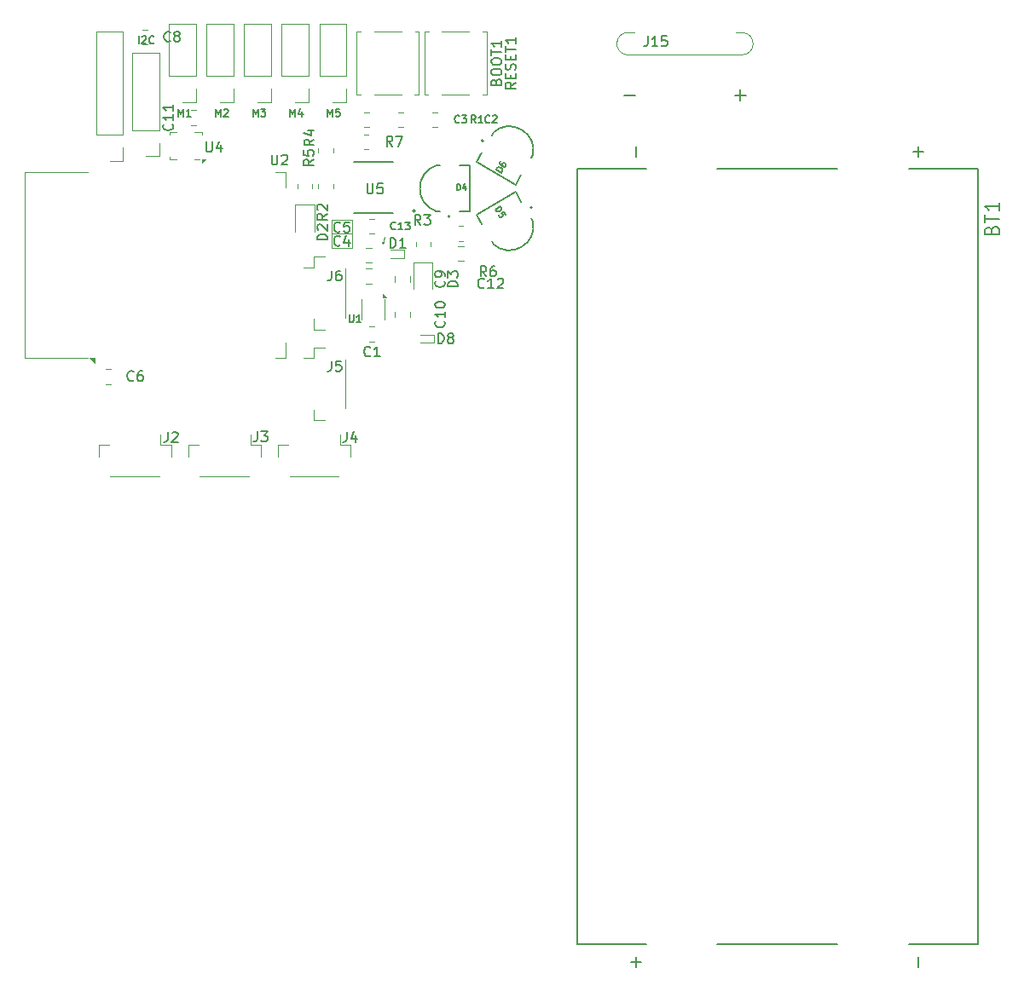
<source format=gbr>
%TF.GenerationSoftware,KiCad,Pcbnew,8.0.3*%
%TF.CreationDate,2024-07-13T14:18:46-04:00*%
%TF.ProjectId,get-a-grip-on-reality,6765742d-612d-4677-9269-702d6f6e2d72,rev?*%
%TF.SameCoordinates,Original*%
%TF.FileFunction,Legend,Top*%
%TF.FilePolarity,Positive*%
%FSLAX46Y46*%
G04 Gerber Fmt 4.6, Leading zero omitted, Abs format (unit mm)*
G04 Created by KiCad (PCBNEW 8.0.3) date 2024-07-13 14:18:46*
%MOMM*%
%LPD*%
G01*
G04 APERTURE LIST*
%ADD10C,0.050000*%
%ADD11C,0.140000*%
%ADD12C,0.150000*%
%ADD13C,0.127000*%
%ADD14C,0.200000*%
%ADD15C,0.120000*%
%ADD16C,0.100000*%
G04 APERTURE END LIST*
D10*
X65125000Y-55325000D02*
X65125000Y-52525000D01*
X70225000Y-54875000D02*
X70325000Y-54175000D01*
X67125000Y-55325000D02*
X67125000Y-52525000D01*
X70232812Y-54875000D02*
X70117187Y-54675000D01*
X70375000Y-54725000D02*
X70225000Y-54875000D01*
X65150000Y-52525000D02*
X67125000Y-52525000D01*
X65150000Y-55325000D02*
X67125000Y-55325000D01*
X65125000Y-53875000D02*
X67125000Y-53875000D01*
D11*
X60995676Y-42225934D02*
X60995676Y-41475934D01*
X60995676Y-41475934D02*
X61245676Y-42011648D01*
X61245676Y-42011648D02*
X61495676Y-41475934D01*
X61495676Y-41475934D02*
X61495676Y-42225934D01*
X62174248Y-41725934D02*
X62174248Y-42225934D01*
X61995676Y-41440220D02*
X61817105Y-41975934D01*
X61817105Y-41975934D02*
X62281390Y-41975934D01*
X64695676Y-42225934D02*
X64695676Y-41475934D01*
X64695676Y-41475934D02*
X64945676Y-42011648D01*
X64945676Y-42011648D02*
X65195676Y-41475934D01*
X65195676Y-41475934D02*
X65195676Y-42225934D01*
X65909962Y-41475934D02*
X65552819Y-41475934D01*
X65552819Y-41475934D02*
X65517105Y-41833077D01*
X65517105Y-41833077D02*
X65552819Y-41797362D01*
X65552819Y-41797362D02*
X65624248Y-41761648D01*
X65624248Y-41761648D02*
X65802819Y-41761648D01*
X65802819Y-41761648D02*
X65874248Y-41797362D01*
X65874248Y-41797362D02*
X65909962Y-41833077D01*
X65909962Y-41833077D02*
X65945676Y-41904505D01*
X65945676Y-41904505D02*
X65945676Y-42083077D01*
X65945676Y-42083077D02*
X65909962Y-42154505D01*
X65909962Y-42154505D02*
X65874248Y-42190220D01*
X65874248Y-42190220D02*
X65802819Y-42225934D01*
X65802819Y-42225934D02*
X65624248Y-42225934D01*
X65624248Y-42225934D02*
X65552819Y-42190220D01*
X65552819Y-42190220D02*
X65517105Y-42154505D01*
X49895676Y-42225934D02*
X49895676Y-41475934D01*
X49895676Y-41475934D02*
X50145676Y-42011648D01*
X50145676Y-42011648D02*
X50395676Y-41475934D01*
X50395676Y-41475934D02*
X50395676Y-42225934D01*
X51145676Y-42225934D02*
X50717105Y-42225934D01*
X50931390Y-42225934D02*
X50931390Y-41475934D01*
X50931390Y-41475934D02*
X50859962Y-41583077D01*
X50859962Y-41583077D02*
X50788533Y-41654505D01*
X50788533Y-41654505D02*
X50717105Y-41690220D01*
X45945676Y-34975934D02*
X45945676Y-34225934D01*
X46267105Y-34297362D02*
X46302819Y-34261648D01*
X46302819Y-34261648D02*
X46374248Y-34225934D01*
X46374248Y-34225934D02*
X46552819Y-34225934D01*
X46552819Y-34225934D02*
X46624248Y-34261648D01*
X46624248Y-34261648D02*
X46659962Y-34297362D01*
X46659962Y-34297362D02*
X46695676Y-34368791D01*
X46695676Y-34368791D02*
X46695676Y-34440220D01*
X46695676Y-34440220D02*
X46659962Y-34547362D01*
X46659962Y-34547362D02*
X46231390Y-34975934D01*
X46231390Y-34975934D02*
X46695676Y-34975934D01*
X47445676Y-34904505D02*
X47409962Y-34940220D01*
X47409962Y-34940220D02*
X47302819Y-34975934D01*
X47302819Y-34975934D02*
X47231391Y-34975934D01*
X47231391Y-34975934D02*
X47124248Y-34940220D01*
X47124248Y-34940220D02*
X47052819Y-34868791D01*
X47052819Y-34868791D02*
X47017105Y-34797362D01*
X47017105Y-34797362D02*
X46981391Y-34654505D01*
X46981391Y-34654505D02*
X46981391Y-34547362D01*
X46981391Y-34547362D02*
X47017105Y-34404505D01*
X47017105Y-34404505D02*
X47052819Y-34333077D01*
X47052819Y-34333077D02*
X47124248Y-34261648D01*
X47124248Y-34261648D02*
X47231391Y-34225934D01*
X47231391Y-34225934D02*
X47302819Y-34225934D01*
X47302819Y-34225934D02*
X47409962Y-34261648D01*
X47409962Y-34261648D02*
X47445676Y-34297362D01*
X53595676Y-42225934D02*
X53595676Y-41475934D01*
X53595676Y-41475934D02*
X53845676Y-42011648D01*
X53845676Y-42011648D02*
X54095676Y-41475934D01*
X54095676Y-41475934D02*
X54095676Y-42225934D01*
X54417105Y-41547362D02*
X54452819Y-41511648D01*
X54452819Y-41511648D02*
X54524248Y-41475934D01*
X54524248Y-41475934D02*
X54702819Y-41475934D01*
X54702819Y-41475934D02*
X54774248Y-41511648D01*
X54774248Y-41511648D02*
X54809962Y-41547362D01*
X54809962Y-41547362D02*
X54845676Y-41618791D01*
X54845676Y-41618791D02*
X54845676Y-41690220D01*
X54845676Y-41690220D02*
X54809962Y-41797362D01*
X54809962Y-41797362D02*
X54381390Y-42225934D01*
X54381390Y-42225934D02*
X54845676Y-42225934D01*
X57295676Y-42225934D02*
X57295676Y-41475934D01*
X57295676Y-41475934D02*
X57545676Y-42011648D01*
X57545676Y-42011648D02*
X57795676Y-41475934D01*
X57795676Y-41475934D02*
X57795676Y-42225934D01*
X58081390Y-41475934D02*
X58545676Y-41475934D01*
X58545676Y-41475934D02*
X58295676Y-41761648D01*
X58295676Y-41761648D02*
X58402819Y-41761648D01*
X58402819Y-41761648D02*
X58474248Y-41797362D01*
X58474248Y-41797362D02*
X58509962Y-41833077D01*
X58509962Y-41833077D02*
X58545676Y-41904505D01*
X58545676Y-41904505D02*
X58545676Y-42083077D01*
X58545676Y-42083077D02*
X58509962Y-42154505D01*
X58509962Y-42154505D02*
X58474248Y-42190220D01*
X58474248Y-42190220D02*
X58402819Y-42225934D01*
X58402819Y-42225934D02*
X58188533Y-42225934D01*
X58188533Y-42225934D02*
X58117105Y-42190220D01*
X58117105Y-42190220D02*
X58081390Y-42154505D01*
D12*
X81339154Y-51460044D02*
X81893411Y-51140044D01*
X81893411Y-51140044D02*
X81969601Y-51272009D01*
X81969601Y-51272009D02*
X81988922Y-51366427D01*
X81988922Y-51366427D02*
X81966612Y-51449689D01*
X81966612Y-51449689D02*
X81929064Y-51506559D01*
X81929064Y-51506559D02*
X81838729Y-51593904D01*
X81838729Y-51593904D02*
X81759550Y-51639619D01*
X81759550Y-51639619D02*
X81638739Y-51674178D01*
X81638739Y-51674178D02*
X81570715Y-51678261D01*
X81570715Y-51678261D02*
X81487452Y-51655951D01*
X81487452Y-51655951D02*
X81415345Y-51592009D01*
X81415345Y-51592009D02*
X81339154Y-51460044D01*
X82365792Y-51958231D02*
X82213411Y-51694300D01*
X82213411Y-51694300D02*
X81934241Y-51820288D01*
X81934241Y-51820288D02*
X81975872Y-51831443D01*
X81975872Y-51831443D02*
X82032742Y-51868991D01*
X82032742Y-51868991D02*
X82108932Y-52000957D01*
X82108932Y-52000957D02*
X82113015Y-52068981D01*
X82113015Y-52068981D02*
X82101860Y-52110612D01*
X82101860Y-52110612D02*
X82064312Y-52167482D01*
X82064312Y-52167482D02*
X81932346Y-52243672D01*
X81932346Y-52243672D02*
X81864322Y-52247755D01*
X81864322Y-52247755D02*
X81822690Y-52236600D01*
X81822690Y-52236600D02*
X81765821Y-52199052D01*
X81765821Y-52199052D02*
X81689631Y-52067086D01*
X81689631Y-52067086D02*
X81685548Y-51999062D01*
X81685548Y-51999062D02*
X81696703Y-51957431D01*
X49093333Y-34702980D02*
X49045714Y-34750600D01*
X49045714Y-34750600D02*
X48902857Y-34798219D01*
X48902857Y-34798219D02*
X48807619Y-34798219D01*
X48807619Y-34798219D02*
X48664762Y-34750600D01*
X48664762Y-34750600D02*
X48569524Y-34655361D01*
X48569524Y-34655361D02*
X48521905Y-34560123D01*
X48521905Y-34560123D02*
X48474286Y-34369647D01*
X48474286Y-34369647D02*
X48474286Y-34226790D01*
X48474286Y-34226790D02*
X48521905Y-34036314D01*
X48521905Y-34036314D02*
X48569524Y-33941076D01*
X48569524Y-33941076D02*
X48664762Y-33845838D01*
X48664762Y-33845838D02*
X48807619Y-33798219D01*
X48807619Y-33798219D02*
X48902857Y-33798219D01*
X48902857Y-33798219D02*
X49045714Y-33845838D01*
X49045714Y-33845838D02*
X49093333Y-33893457D01*
X49664762Y-34226790D02*
X49569524Y-34179171D01*
X49569524Y-34179171D02*
X49521905Y-34131552D01*
X49521905Y-34131552D02*
X49474286Y-34036314D01*
X49474286Y-34036314D02*
X49474286Y-33988695D01*
X49474286Y-33988695D02*
X49521905Y-33893457D01*
X49521905Y-33893457D02*
X49569524Y-33845838D01*
X49569524Y-33845838D02*
X49664762Y-33798219D01*
X49664762Y-33798219D02*
X49855238Y-33798219D01*
X49855238Y-33798219D02*
X49950476Y-33845838D01*
X49950476Y-33845838D02*
X49998095Y-33893457D01*
X49998095Y-33893457D02*
X50045714Y-33988695D01*
X50045714Y-33988695D02*
X50045714Y-34036314D01*
X50045714Y-34036314D02*
X49998095Y-34131552D01*
X49998095Y-34131552D02*
X49950476Y-34179171D01*
X49950476Y-34179171D02*
X49855238Y-34226790D01*
X49855238Y-34226790D02*
X49664762Y-34226790D01*
X49664762Y-34226790D02*
X49569524Y-34274409D01*
X49569524Y-34274409D02*
X49521905Y-34322028D01*
X49521905Y-34322028D02*
X49474286Y-34417266D01*
X49474286Y-34417266D02*
X49474286Y-34607742D01*
X49474286Y-34607742D02*
X49521905Y-34702980D01*
X49521905Y-34702980D02*
X49569524Y-34750600D01*
X49569524Y-34750600D02*
X49664762Y-34798219D01*
X49664762Y-34798219D02*
X49855238Y-34798219D01*
X49855238Y-34798219D02*
X49950476Y-34750600D01*
X49950476Y-34750600D02*
X49998095Y-34702980D01*
X49998095Y-34702980D02*
X50045714Y-34607742D01*
X50045714Y-34607742D02*
X50045714Y-34417266D01*
X50045714Y-34417266D02*
X49998095Y-34322028D01*
X49998095Y-34322028D02*
X49950476Y-34274409D01*
X49950476Y-34274409D02*
X49855238Y-34226790D01*
X45445833Y-68409580D02*
X45398214Y-68457200D01*
X45398214Y-68457200D02*
X45255357Y-68504819D01*
X45255357Y-68504819D02*
X45160119Y-68504819D01*
X45160119Y-68504819D02*
X45017262Y-68457200D01*
X45017262Y-68457200D02*
X44922024Y-68361961D01*
X44922024Y-68361961D02*
X44874405Y-68266723D01*
X44874405Y-68266723D02*
X44826786Y-68076247D01*
X44826786Y-68076247D02*
X44826786Y-67933390D01*
X44826786Y-67933390D02*
X44874405Y-67742914D01*
X44874405Y-67742914D02*
X44922024Y-67647676D01*
X44922024Y-67647676D02*
X45017262Y-67552438D01*
X45017262Y-67552438D02*
X45160119Y-67504819D01*
X45160119Y-67504819D02*
X45255357Y-67504819D01*
X45255357Y-67504819D02*
X45398214Y-67552438D01*
X45398214Y-67552438D02*
X45445833Y-67600057D01*
X46302976Y-67504819D02*
X46112500Y-67504819D01*
X46112500Y-67504819D02*
X46017262Y-67552438D01*
X46017262Y-67552438D02*
X45969643Y-67600057D01*
X45969643Y-67600057D02*
X45874405Y-67742914D01*
X45874405Y-67742914D02*
X45826786Y-67933390D01*
X45826786Y-67933390D02*
X45826786Y-68314342D01*
X45826786Y-68314342D02*
X45874405Y-68409580D01*
X45874405Y-68409580D02*
X45922024Y-68457200D01*
X45922024Y-68457200D02*
X46017262Y-68504819D01*
X46017262Y-68504819D02*
X46207738Y-68504819D01*
X46207738Y-68504819D02*
X46302976Y-68457200D01*
X46302976Y-68457200D02*
X46350595Y-68409580D01*
X46350595Y-68409580D02*
X46398214Y-68314342D01*
X46398214Y-68314342D02*
X46398214Y-68076247D01*
X46398214Y-68076247D02*
X46350595Y-67981009D01*
X46350595Y-67981009D02*
X46302976Y-67933390D01*
X46302976Y-67933390D02*
X46207738Y-67885771D01*
X46207738Y-67885771D02*
X46017262Y-67885771D01*
X46017262Y-67885771D02*
X45922024Y-67933390D01*
X45922024Y-67933390D02*
X45874405Y-67981009D01*
X45874405Y-67981009D02*
X45826786Y-68076247D01*
X65091666Y-57529819D02*
X65091666Y-58244104D01*
X65091666Y-58244104D02*
X65044047Y-58386961D01*
X65044047Y-58386961D02*
X64948809Y-58482200D01*
X64948809Y-58482200D02*
X64805952Y-58529819D01*
X64805952Y-58529819D02*
X64710714Y-58529819D01*
X65996428Y-57529819D02*
X65805952Y-57529819D01*
X65805952Y-57529819D02*
X65710714Y-57577438D01*
X65710714Y-57577438D02*
X65663095Y-57625057D01*
X65663095Y-57625057D02*
X65567857Y-57767914D01*
X65567857Y-57767914D02*
X65520238Y-57958390D01*
X65520238Y-57958390D02*
X65520238Y-58339342D01*
X65520238Y-58339342D02*
X65567857Y-58434580D01*
X65567857Y-58434580D02*
X65615476Y-58482200D01*
X65615476Y-58482200D02*
X65710714Y-58529819D01*
X65710714Y-58529819D02*
X65901190Y-58529819D01*
X65901190Y-58529819D02*
X65996428Y-58482200D01*
X65996428Y-58482200D02*
X66044047Y-58434580D01*
X66044047Y-58434580D02*
X66091666Y-58339342D01*
X66091666Y-58339342D02*
X66091666Y-58101247D01*
X66091666Y-58101247D02*
X66044047Y-58006009D01*
X66044047Y-58006009D02*
X65996428Y-57958390D01*
X65996428Y-57958390D02*
X65901190Y-57910771D01*
X65901190Y-57910771D02*
X65710714Y-57910771D01*
X65710714Y-57910771D02*
X65615476Y-57958390D01*
X65615476Y-57958390D02*
X65567857Y-58006009D01*
X65567857Y-58006009D02*
X65520238Y-58101247D01*
X63379819Y-44491666D02*
X62903628Y-44824999D01*
X63379819Y-45063094D02*
X62379819Y-45063094D01*
X62379819Y-45063094D02*
X62379819Y-44682142D01*
X62379819Y-44682142D02*
X62427438Y-44586904D01*
X62427438Y-44586904D02*
X62475057Y-44539285D01*
X62475057Y-44539285D02*
X62570295Y-44491666D01*
X62570295Y-44491666D02*
X62713152Y-44491666D01*
X62713152Y-44491666D02*
X62808390Y-44539285D01*
X62808390Y-44539285D02*
X62856009Y-44586904D01*
X62856009Y-44586904D02*
X62903628Y-44682142D01*
X62903628Y-44682142D02*
X62903628Y-45063094D01*
X62713152Y-43634523D02*
X63379819Y-43634523D01*
X62332200Y-43872618D02*
X63046485Y-44110713D01*
X63046485Y-44110713D02*
X63046485Y-43491666D01*
X66853571Y-61914164D02*
X66853571Y-62521307D01*
X66853571Y-62521307D02*
X66889285Y-62592735D01*
X66889285Y-62592735D02*
X66925000Y-62628450D01*
X66925000Y-62628450D02*
X66996428Y-62664164D01*
X66996428Y-62664164D02*
X67139285Y-62664164D01*
X67139285Y-62664164D02*
X67210714Y-62628450D01*
X67210714Y-62628450D02*
X67246428Y-62592735D01*
X67246428Y-62592735D02*
X67282142Y-62521307D01*
X67282142Y-62521307D02*
X67282142Y-61914164D01*
X68032142Y-62664164D02*
X67603571Y-62664164D01*
X67817856Y-62664164D02*
X67817856Y-61914164D01*
X67817856Y-61914164D02*
X67746428Y-62021307D01*
X67746428Y-62021307D02*
X67674999Y-62092735D01*
X67674999Y-62092735D02*
X67603571Y-62128450D01*
X64679819Y-54463094D02*
X63679819Y-54463094D01*
X63679819Y-54463094D02*
X63679819Y-54224999D01*
X63679819Y-54224999D02*
X63727438Y-54082142D01*
X63727438Y-54082142D02*
X63822676Y-53986904D01*
X63822676Y-53986904D02*
X63917914Y-53939285D01*
X63917914Y-53939285D02*
X64108390Y-53891666D01*
X64108390Y-53891666D02*
X64251247Y-53891666D01*
X64251247Y-53891666D02*
X64441723Y-53939285D01*
X64441723Y-53939285D02*
X64536961Y-53986904D01*
X64536961Y-53986904D02*
X64632200Y-54082142D01*
X64632200Y-54082142D02*
X64679819Y-54224999D01*
X64679819Y-54224999D02*
X64679819Y-54463094D01*
X63775057Y-53510713D02*
X63727438Y-53463094D01*
X63727438Y-53463094D02*
X63679819Y-53367856D01*
X63679819Y-53367856D02*
X63679819Y-53129761D01*
X63679819Y-53129761D02*
X63727438Y-53034523D01*
X63727438Y-53034523D02*
X63775057Y-52986904D01*
X63775057Y-52986904D02*
X63870295Y-52939285D01*
X63870295Y-52939285D02*
X63965533Y-52939285D01*
X63965533Y-52939285D02*
X64108390Y-52986904D01*
X64108390Y-52986904D02*
X64679819Y-53558332D01*
X64679819Y-53558332D02*
X64679819Y-52939285D01*
X65958333Y-53634580D02*
X65910714Y-53682200D01*
X65910714Y-53682200D02*
X65767857Y-53729819D01*
X65767857Y-53729819D02*
X65672619Y-53729819D01*
X65672619Y-53729819D02*
X65529762Y-53682200D01*
X65529762Y-53682200D02*
X65434524Y-53586961D01*
X65434524Y-53586961D02*
X65386905Y-53491723D01*
X65386905Y-53491723D02*
X65339286Y-53301247D01*
X65339286Y-53301247D02*
X65339286Y-53158390D01*
X65339286Y-53158390D02*
X65386905Y-52967914D01*
X65386905Y-52967914D02*
X65434524Y-52872676D01*
X65434524Y-52872676D02*
X65529762Y-52777438D01*
X65529762Y-52777438D02*
X65672619Y-52729819D01*
X65672619Y-52729819D02*
X65767857Y-52729819D01*
X65767857Y-52729819D02*
X65910714Y-52777438D01*
X65910714Y-52777438D02*
X65958333Y-52825057D01*
X66863095Y-52729819D02*
X66386905Y-52729819D01*
X66386905Y-52729819D02*
X66339286Y-53206009D01*
X66339286Y-53206009D02*
X66386905Y-53158390D01*
X66386905Y-53158390D02*
X66482143Y-53110771D01*
X66482143Y-53110771D02*
X66720238Y-53110771D01*
X66720238Y-53110771D02*
X66815476Y-53158390D01*
X66815476Y-53158390D02*
X66863095Y-53206009D01*
X66863095Y-53206009D02*
X66910714Y-53301247D01*
X66910714Y-53301247D02*
X66910714Y-53539342D01*
X66910714Y-53539342D02*
X66863095Y-53634580D01*
X66863095Y-53634580D02*
X66815476Y-53682200D01*
X66815476Y-53682200D02*
X66720238Y-53729819D01*
X66720238Y-53729819D02*
X66482143Y-53729819D01*
X66482143Y-53729819D02*
X66386905Y-53682200D01*
X66386905Y-53682200D02*
X66339286Y-53634580D01*
X77799999Y-42792735D02*
X77764285Y-42828450D01*
X77764285Y-42828450D02*
X77657142Y-42864164D01*
X77657142Y-42864164D02*
X77585714Y-42864164D01*
X77585714Y-42864164D02*
X77478571Y-42828450D01*
X77478571Y-42828450D02*
X77407142Y-42757021D01*
X77407142Y-42757021D02*
X77371428Y-42685592D01*
X77371428Y-42685592D02*
X77335714Y-42542735D01*
X77335714Y-42542735D02*
X77335714Y-42435592D01*
X77335714Y-42435592D02*
X77371428Y-42292735D01*
X77371428Y-42292735D02*
X77407142Y-42221307D01*
X77407142Y-42221307D02*
X77478571Y-42149878D01*
X77478571Y-42149878D02*
X77585714Y-42114164D01*
X77585714Y-42114164D02*
X77657142Y-42114164D01*
X77657142Y-42114164D02*
X77764285Y-42149878D01*
X77764285Y-42149878D02*
X77799999Y-42185592D01*
X78049999Y-42114164D02*
X78514285Y-42114164D01*
X78514285Y-42114164D02*
X78264285Y-42399878D01*
X78264285Y-42399878D02*
X78371428Y-42399878D01*
X78371428Y-42399878D02*
X78442857Y-42435592D01*
X78442857Y-42435592D02*
X78478571Y-42471307D01*
X78478571Y-42471307D02*
X78514285Y-42542735D01*
X78514285Y-42542735D02*
X78514285Y-42721307D01*
X78514285Y-42721307D02*
X78478571Y-42792735D01*
X78478571Y-42792735D02*
X78442857Y-42828450D01*
X78442857Y-42828450D02*
X78371428Y-42864164D01*
X78371428Y-42864164D02*
X78157142Y-42864164D01*
X78157142Y-42864164D02*
X78085714Y-42828450D01*
X78085714Y-42828450D02*
X78049999Y-42792735D01*
X49284580Y-42967857D02*
X49332200Y-43015476D01*
X49332200Y-43015476D02*
X49379819Y-43158333D01*
X49379819Y-43158333D02*
X49379819Y-43253571D01*
X49379819Y-43253571D02*
X49332200Y-43396428D01*
X49332200Y-43396428D02*
X49236961Y-43491666D01*
X49236961Y-43491666D02*
X49141723Y-43539285D01*
X49141723Y-43539285D02*
X48951247Y-43586904D01*
X48951247Y-43586904D02*
X48808390Y-43586904D01*
X48808390Y-43586904D02*
X48617914Y-43539285D01*
X48617914Y-43539285D02*
X48522676Y-43491666D01*
X48522676Y-43491666D02*
X48427438Y-43396428D01*
X48427438Y-43396428D02*
X48379819Y-43253571D01*
X48379819Y-43253571D02*
X48379819Y-43158333D01*
X48379819Y-43158333D02*
X48427438Y-43015476D01*
X48427438Y-43015476D02*
X48475057Y-42967857D01*
X49379819Y-42015476D02*
X49379819Y-42586904D01*
X49379819Y-42301190D02*
X48379819Y-42301190D01*
X48379819Y-42301190D02*
X48522676Y-42396428D01*
X48522676Y-42396428D02*
X48617914Y-42491666D01*
X48617914Y-42491666D02*
X48665533Y-42586904D01*
X49379819Y-41063095D02*
X49379819Y-41634523D01*
X49379819Y-41348809D02*
X48379819Y-41348809D01*
X48379819Y-41348809D02*
X48522676Y-41444047D01*
X48522676Y-41444047D02*
X48617914Y-41539285D01*
X48617914Y-41539285D02*
X48665533Y-41634523D01*
X71442856Y-53392735D02*
X71407142Y-53428450D01*
X71407142Y-53428450D02*
X71299999Y-53464164D01*
X71299999Y-53464164D02*
X71228571Y-53464164D01*
X71228571Y-53464164D02*
X71121428Y-53428450D01*
X71121428Y-53428450D02*
X71049999Y-53357021D01*
X71049999Y-53357021D02*
X71014285Y-53285592D01*
X71014285Y-53285592D02*
X70978571Y-53142735D01*
X70978571Y-53142735D02*
X70978571Y-53035592D01*
X70978571Y-53035592D02*
X71014285Y-52892735D01*
X71014285Y-52892735D02*
X71049999Y-52821307D01*
X71049999Y-52821307D02*
X71121428Y-52749878D01*
X71121428Y-52749878D02*
X71228571Y-52714164D01*
X71228571Y-52714164D02*
X71299999Y-52714164D01*
X71299999Y-52714164D02*
X71407142Y-52749878D01*
X71407142Y-52749878D02*
X71442856Y-52785592D01*
X72157142Y-53464164D02*
X71728571Y-53464164D01*
X71942856Y-53464164D02*
X71942856Y-52714164D01*
X71942856Y-52714164D02*
X71871428Y-52821307D01*
X71871428Y-52821307D02*
X71799999Y-52892735D01*
X71799999Y-52892735D02*
X71728571Y-52928450D01*
X72407142Y-52714164D02*
X72871428Y-52714164D01*
X72871428Y-52714164D02*
X72621428Y-52999878D01*
X72621428Y-52999878D02*
X72728571Y-52999878D01*
X72728571Y-52999878D02*
X72800000Y-53035592D01*
X72800000Y-53035592D02*
X72835714Y-53071307D01*
X72835714Y-53071307D02*
X72871428Y-53142735D01*
X72871428Y-53142735D02*
X72871428Y-53321307D01*
X72871428Y-53321307D02*
X72835714Y-53392735D01*
X72835714Y-53392735D02*
X72800000Y-53428450D01*
X72800000Y-53428450D02*
X72728571Y-53464164D01*
X72728571Y-53464164D02*
X72514285Y-53464164D01*
X72514285Y-53464164D02*
X72442857Y-53428450D01*
X72442857Y-53428450D02*
X72407142Y-53392735D01*
X68958333Y-65984580D02*
X68910714Y-66032200D01*
X68910714Y-66032200D02*
X68767857Y-66079819D01*
X68767857Y-66079819D02*
X68672619Y-66079819D01*
X68672619Y-66079819D02*
X68529762Y-66032200D01*
X68529762Y-66032200D02*
X68434524Y-65936961D01*
X68434524Y-65936961D02*
X68386905Y-65841723D01*
X68386905Y-65841723D02*
X68339286Y-65651247D01*
X68339286Y-65651247D02*
X68339286Y-65508390D01*
X68339286Y-65508390D02*
X68386905Y-65317914D01*
X68386905Y-65317914D02*
X68434524Y-65222676D01*
X68434524Y-65222676D02*
X68529762Y-65127438D01*
X68529762Y-65127438D02*
X68672619Y-65079819D01*
X68672619Y-65079819D02*
X68767857Y-65079819D01*
X68767857Y-65079819D02*
X68910714Y-65127438D01*
X68910714Y-65127438D02*
X68958333Y-65175057D01*
X69910714Y-66079819D02*
X69339286Y-66079819D01*
X69625000Y-66079819D02*
X69625000Y-65079819D01*
X69625000Y-65079819D02*
X69529762Y-65222676D01*
X69529762Y-65222676D02*
X69434524Y-65317914D01*
X69434524Y-65317914D02*
X69339286Y-65365533D01*
X96491076Y-34243019D02*
X96491076Y-34957304D01*
X96491076Y-34957304D02*
X96443457Y-35100161D01*
X96443457Y-35100161D02*
X96348219Y-35195400D01*
X96348219Y-35195400D02*
X96205362Y-35243019D01*
X96205362Y-35243019D02*
X96110124Y-35243019D01*
X97491076Y-35243019D02*
X96919648Y-35243019D01*
X97205362Y-35243019D02*
X97205362Y-34243019D01*
X97205362Y-34243019D02*
X97110124Y-34385876D01*
X97110124Y-34385876D02*
X97014886Y-34481114D01*
X97014886Y-34481114D02*
X96919648Y-34528733D01*
X98395838Y-34243019D02*
X97919648Y-34243019D01*
X97919648Y-34243019D02*
X97872029Y-34719209D01*
X97872029Y-34719209D02*
X97919648Y-34671590D01*
X97919648Y-34671590D02*
X98014886Y-34623971D01*
X98014886Y-34623971D02*
X98252981Y-34623971D01*
X98252981Y-34623971D02*
X98348219Y-34671590D01*
X98348219Y-34671590D02*
X98395838Y-34719209D01*
X98395838Y-34719209D02*
X98443457Y-34814447D01*
X98443457Y-34814447D02*
X98443457Y-35052542D01*
X98443457Y-35052542D02*
X98395838Y-35147780D01*
X98395838Y-35147780D02*
X98348219Y-35195400D01*
X98348219Y-35195400D02*
X98252981Y-35243019D01*
X98252981Y-35243019D02*
X98014886Y-35243019D01*
X98014886Y-35243019D02*
X97919648Y-35195400D01*
X97919648Y-35195400D02*
X97872029Y-35147780D01*
X105129171Y-40102900D02*
X106272029Y-40102900D01*
X105700600Y-40674328D02*
X105700600Y-39531471D01*
X94129171Y-40102900D02*
X95272029Y-40102900D01*
X79399999Y-42864164D02*
X79149999Y-42507021D01*
X78971428Y-42864164D02*
X78971428Y-42114164D01*
X78971428Y-42114164D02*
X79257142Y-42114164D01*
X79257142Y-42114164D02*
X79328571Y-42149878D01*
X79328571Y-42149878D02*
X79364285Y-42185592D01*
X79364285Y-42185592D02*
X79399999Y-42257021D01*
X79399999Y-42257021D02*
X79399999Y-42364164D01*
X79399999Y-42364164D02*
X79364285Y-42435592D01*
X79364285Y-42435592D02*
X79328571Y-42471307D01*
X79328571Y-42471307D02*
X79257142Y-42507021D01*
X79257142Y-42507021D02*
X78971428Y-42507021D01*
X80114285Y-42864164D02*
X79685714Y-42864164D01*
X79899999Y-42864164D02*
X79899999Y-42114164D01*
X79899999Y-42114164D02*
X79828571Y-42221307D01*
X79828571Y-42221307D02*
X79757142Y-42292735D01*
X79757142Y-42292735D02*
X79685714Y-42328450D01*
X70936905Y-55279819D02*
X70936905Y-54279819D01*
X70936905Y-54279819D02*
X71175000Y-54279819D01*
X71175000Y-54279819D02*
X71317857Y-54327438D01*
X71317857Y-54327438D02*
X71413095Y-54422676D01*
X71413095Y-54422676D02*
X71460714Y-54517914D01*
X71460714Y-54517914D02*
X71508333Y-54708390D01*
X71508333Y-54708390D02*
X71508333Y-54851247D01*
X71508333Y-54851247D02*
X71460714Y-55041723D01*
X71460714Y-55041723D02*
X71413095Y-55136961D01*
X71413095Y-55136961D02*
X71317857Y-55232200D01*
X71317857Y-55232200D02*
X71175000Y-55279819D01*
X71175000Y-55279819D02*
X70936905Y-55279819D01*
X72460714Y-55279819D02*
X71889286Y-55279819D01*
X72175000Y-55279819D02*
X72175000Y-54279819D01*
X72175000Y-54279819D02*
X72079762Y-54422676D01*
X72079762Y-54422676D02*
X71984524Y-54517914D01*
X71984524Y-54517914D02*
X71889286Y-54565533D01*
X65091666Y-66529819D02*
X65091666Y-67244104D01*
X65091666Y-67244104D02*
X65044047Y-67386961D01*
X65044047Y-67386961D02*
X64948809Y-67482200D01*
X64948809Y-67482200D02*
X64805952Y-67529819D01*
X64805952Y-67529819D02*
X64710714Y-67529819D01*
X66044047Y-66529819D02*
X65567857Y-66529819D01*
X65567857Y-66529819D02*
X65520238Y-67006009D01*
X65520238Y-67006009D02*
X65567857Y-66958390D01*
X65567857Y-66958390D02*
X65663095Y-66910771D01*
X65663095Y-66910771D02*
X65901190Y-66910771D01*
X65901190Y-66910771D02*
X65996428Y-66958390D01*
X65996428Y-66958390D02*
X66044047Y-67006009D01*
X66044047Y-67006009D02*
X66091666Y-67101247D01*
X66091666Y-67101247D02*
X66091666Y-67339342D01*
X66091666Y-67339342D02*
X66044047Y-67434580D01*
X66044047Y-67434580D02*
X65996428Y-67482200D01*
X65996428Y-67482200D02*
X65901190Y-67529819D01*
X65901190Y-67529819D02*
X65663095Y-67529819D01*
X65663095Y-67529819D02*
X65567857Y-67482200D01*
X65567857Y-67482200D02*
X65520238Y-67434580D01*
X57729166Y-73529819D02*
X57729166Y-74244104D01*
X57729166Y-74244104D02*
X57681547Y-74386961D01*
X57681547Y-74386961D02*
X57586309Y-74482200D01*
X57586309Y-74482200D02*
X57443452Y-74529819D01*
X57443452Y-74529819D02*
X57348214Y-74529819D01*
X58110119Y-73529819D02*
X58729166Y-73529819D01*
X58729166Y-73529819D02*
X58395833Y-73910771D01*
X58395833Y-73910771D02*
X58538690Y-73910771D01*
X58538690Y-73910771D02*
X58633928Y-73958390D01*
X58633928Y-73958390D02*
X58681547Y-74006009D01*
X58681547Y-74006009D02*
X58729166Y-74101247D01*
X58729166Y-74101247D02*
X58729166Y-74339342D01*
X58729166Y-74339342D02*
X58681547Y-74434580D01*
X58681547Y-74434580D02*
X58633928Y-74482200D01*
X58633928Y-74482200D02*
X58538690Y-74529819D01*
X58538690Y-74529819D02*
X58252976Y-74529819D01*
X58252976Y-74529819D02*
X58157738Y-74482200D01*
X58157738Y-74482200D02*
X58110119Y-74434580D01*
X52663095Y-44734919D02*
X52663095Y-45544442D01*
X52663095Y-45544442D02*
X52710714Y-45639680D01*
X52710714Y-45639680D02*
X52758333Y-45687300D01*
X52758333Y-45687300D02*
X52853571Y-45734919D01*
X52853571Y-45734919D02*
X53044047Y-45734919D01*
X53044047Y-45734919D02*
X53139285Y-45687300D01*
X53139285Y-45687300D02*
X53186904Y-45639680D01*
X53186904Y-45639680D02*
X53234523Y-45544442D01*
X53234523Y-45544442D02*
X53234523Y-44734919D01*
X54139285Y-45068252D02*
X54139285Y-45734919D01*
X53901190Y-44687300D02*
X53663095Y-45401585D01*
X53663095Y-45401585D02*
X54282142Y-45401585D01*
X130665533Y-53501200D02*
X130732200Y-53301200D01*
X130732200Y-53301200D02*
X130798866Y-53234533D01*
X130798866Y-53234533D02*
X130932200Y-53167866D01*
X130932200Y-53167866D02*
X131132200Y-53167866D01*
X131132200Y-53167866D02*
X131265533Y-53234533D01*
X131265533Y-53234533D02*
X131332200Y-53301200D01*
X131332200Y-53301200D02*
X131398866Y-53434533D01*
X131398866Y-53434533D02*
X131398866Y-53967866D01*
X131398866Y-53967866D02*
X129998866Y-53967866D01*
X129998866Y-53967866D02*
X129998866Y-53501200D01*
X129998866Y-53501200D02*
X130065533Y-53367866D01*
X130065533Y-53367866D02*
X130132200Y-53301200D01*
X130132200Y-53301200D02*
X130265533Y-53234533D01*
X130265533Y-53234533D02*
X130398866Y-53234533D01*
X130398866Y-53234533D02*
X130532200Y-53301200D01*
X130532200Y-53301200D02*
X130598866Y-53367866D01*
X130598866Y-53367866D02*
X130665533Y-53501200D01*
X130665533Y-53501200D02*
X130665533Y-53967866D01*
X129998866Y-52767866D02*
X129998866Y-51967866D01*
X131398866Y-52367866D02*
X129998866Y-52367866D01*
X131398866Y-50767866D02*
X131398866Y-51567866D01*
X131398866Y-51167866D02*
X129998866Y-51167866D01*
X129998866Y-51167866D02*
X130198866Y-51301199D01*
X130198866Y-51301199D02*
X130332200Y-51434533D01*
X130332200Y-51434533D02*
X130398866Y-51567866D01*
X76284580Y-58554166D02*
X76332200Y-58601785D01*
X76332200Y-58601785D02*
X76379819Y-58744642D01*
X76379819Y-58744642D02*
X76379819Y-58839880D01*
X76379819Y-58839880D02*
X76332200Y-58982737D01*
X76332200Y-58982737D02*
X76236961Y-59077975D01*
X76236961Y-59077975D02*
X76141723Y-59125594D01*
X76141723Y-59125594D02*
X75951247Y-59173213D01*
X75951247Y-59173213D02*
X75808390Y-59173213D01*
X75808390Y-59173213D02*
X75617914Y-59125594D01*
X75617914Y-59125594D02*
X75522676Y-59077975D01*
X75522676Y-59077975D02*
X75427438Y-58982737D01*
X75427438Y-58982737D02*
X75379819Y-58839880D01*
X75379819Y-58839880D02*
X75379819Y-58744642D01*
X75379819Y-58744642D02*
X75427438Y-58601785D01*
X75427438Y-58601785D02*
X75475057Y-58554166D01*
X76379819Y-58077975D02*
X76379819Y-57887499D01*
X76379819Y-57887499D02*
X76332200Y-57792261D01*
X76332200Y-57792261D02*
X76284580Y-57744642D01*
X76284580Y-57744642D02*
X76141723Y-57649404D01*
X76141723Y-57649404D02*
X75951247Y-57601785D01*
X75951247Y-57601785D02*
X75570295Y-57601785D01*
X75570295Y-57601785D02*
X75475057Y-57649404D01*
X75475057Y-57649404D02*
X75427438Y-57697023D01*
X75427438Y-57697023D02*
X75379819Y-57792261D01*
X75379819Y-57792261D02*
X75379819Y-57982737D01*
X75379819Y-57982737D02*
X75427438Y-58077975D01*
X75427438Y-58077975D02*
X75475057Y-58125594D01*
X75475057Y-58125594D02*
X75570295Y-58173213D01*
X75570295Y-58173213D02*
X75808390Y-58173213D01*
X75808390Y-58173213D02*
X75903628Y-58125594D01*
X75903628Y-58125594D02*
X75951247Y-58077975D01*
X75951247Y-58077975D02*
X75998866Y-57982737D01*
X75998866Y-57982737D02*
X75998866Y-57792261D01*
X75998866Y-57792261D02*
X75951247Y-57697023D01*
X75951247Y-57697023D02*
X75903628Y-57649404D01*
X75903628Y-57649404D02*
X75808390Y-57601785D01*
X80799999Y-42792735D02*
X80764285Y-42828450D01*
X80764285Y-42828450D02*
X80657142Y-42864164D01*
X80657142Y-42864164D02*
X80585714Y-42864164D01*
X80585714Y-42864164D02*
X80478571Y-42828450D01*
X80478571Y-42828450D02*
X80407142Y-42757021D01*
X80407142Y-42757021D02*
X80371428Y-42685592D01*
X80371428Y-42685592D02*
X80335714Y-42542735D01*
X80335714Y-42542735D02*
X80335714Y-42435592D01*
X80335714Y-42435592D02*
X80371428Y-42292735D01*
X80371428Y-42292735D02*
X80407142Y-42221307D01*
X80407142Y-42221307D02*
X80478571Y-42149878D01*
X80478571Y-42149878D02*
X80585714Y-42114164D01*
X80585714Y-42114164D02*
X80657142Y-42114164D01*
X80657142Y-42114164D02*
X80764285Y-42149878D01*
X80764285Y-42149878D02*
X80799999Y-42185592D01*
X81085714Y-42185592D02*
X81121428Y-42149878D01*
X81121428Y-42149878D02*
X81192857Y-42114164D01*
X81192857Y-42114164D02*
X81371428Y-42114164D01*
X81371428Y-42114164D02*
X81442857Y-42149878D01*
X81442857Y-42149878D02*
X81478571Y-42185592D01*
X81478571Y-42185592D02*
X81514285Y-42257021D01*
X81514285Y-42257021D02*
X81514285Y-42328450D01*
X81514285Y-42328450D02*
X81478571Y-42435592D01*
X81478571Y-42435592D02*
X81049999Y-42864164D01*
X81049999Y-42864164D02*
X81514285Y-42864164D01*
X59163095Y-46029819D02*
X59163095Y-46839342D01*
X59163095Y-46839342D02*
X59210714Y-46934580D01*
X59210714Y-46934580D02*
X59258333Y-46982200D01*
X59258333Y-46982200D02*
X59353571Y-47029819D01*
X59353571Y-47029819D02*
X59544047Y-47029819D01*
X59544047Y-47029819D02*
X59639285Y-46982200D01*
X59639285Y-46982200D02*
X59686904Y-46934580D01*
X59686904Y-46934580D02*
X59734523Y-46839342D01*
X59734523Y-46839342D02*
X59734523Y-46029819D01*
X60163095Y-46125057D02*
X60210714Y-46077438D01*
X60210714Y-46077438D02*
X60305952Y-46029819D01*
X60305952Y-46029819D02*
X60544047Y-46029819D01*
X60544047Y-46029819D02*
X60639285Y-46077438D01*
X60639285Y-46077438D02*
X60686904Y-46125057D01*
X60686904Y-46125057D02*
X60734523Y-46220295D01*
X60734523Y-46220295D02*
X60734523Y-46315533D01*
X60734523Y-46315533D02*
X60686904Y-46458390D01*
X60686904Y-46458390D02*
X60115476Y-47029819D01*
X60115476Y-47029819D02*
X60734523Y-47029819D01*
X81988462Y-47803232D02*
X81434206Y-47483232D01*
X81434206Y-47483232D02*
X81510397Y-47351266D01*
X81510397Y-47351266D02*
X81582504Y-47287324D01*
X81582504Y-47287324D02*
X81665767Y-47265014D01*
X81665767Y-47265014D02*
X81733791Y-47269097D01*
X81733791Y-47269097D02*
X81854602Y-47303657D01*
X81854602Y-47303657D02*
X81933781Y-47349371D01*
X81933781Y-47349371D02*
X82024116Y-47436716D01*
X82024116Y-47436716D02*
X82061664Y-47493586D01*
X82061664Y-47493586D02*
X82083974Y-47576848D01*
X82083974Y-47576848D02*
X82064653Y-47671266D01*
X82064653Y-47671266D02*
X81988462Y-47803232D01*
X81891349Y-46691437D02*
X81830397Y-46797010D01*
X81830397Y-46797010D02*
X81826314Y-46865034D01*
X81826314Y-46865034D02*
X81837469Y-46906665D01*
X81837469Y-46906665D02*
X81886172Y-47005166D01*
X81886172Y-47005166D02*
X81976507Y-47092511D01*
X81976507Y-47092511D02*
X82187652Y-47214416D01*
X82187652Y-47214416D02*
X82255676Y-47218499D01*
X82255676Y-47218499D02*
X82297307Y-47207344D01*
X82297307Y-47207344D02*
X82354177Y-47169796D01*
X82354177Y-47169796D02*
X82415129Y-47064223D01*
X82415129Y-47064223D02*
X82419212Y-46996199D01*
X82419212Y-46996199D02*
X82408057Y-46954568D01*
X82408057Y-46954568D02*
X82370509Y-46897698D01*
X82370509Y-46897698D02*
X82238543Y-46821508D01*
X82238543Y-46821508D02*
X82170519Y-46817425D01*
X82170519Y-46817425D02*
X82128887Y-46828580D01*
X82128887Y-46828580D02*
X82072018Y-46866128D01*
X82072018Y-46866128D02*
X82011066Y-46971701D01*
X82011066Y-46971701D02*
X82006983Y-47039725D01*
X82006983Y-47039725D02*
X82018138Y-47081356D01*
X82018138Y-47081356D02*
X82055686Y-47138226D01*
X77629819Y-59125594D02*
X76629819Y-59125594D01*
X76629819Y-59125594D02*
X76629819Y-58887499D01*
X76629819Y-58887499D02*
X76677438Y-58744642D01*
X76677438Y-58744642D02*
X76772676Y-58649404D01*
X76772676Y-58649404D02*
X76867914Y-58601785D01*
X76867914Y-58601785D02*
X77058390Y-58554166D01*
X77058390Y-58554166D02*
X77201247Y-58554166D01*
X77201247Y-58554166D02*
X77391723Y-58601785D01*
X77391723Y-58601785D02*
X77486961Y-58649404D01*
X77486961Y-58649404D02*
X77582200Y-58744642D01*
X77582200Y-58744642D02*
X77629819Y-58887499D01*
X77629819Y-58887499D02*
X77629819Y-59125594D01*
X76629819Y-58220832D02*
X76629819Y-57601785D01*
X76629819Y-57601785D02*
X77010771Y-57935118D01*
X77010771Y-57935118D02*
X77010771Y-57792261D01*
X77010771Y-57792261D02*
X77058390Y-57697023D01*
X77058390Y-57697023D02*
X77106009Y-57649404D01*
X77106009Y-57649404D02*
X77201247Y-57601785D01*
X77201247Y-57601785D02*
X77439342Y-57601785D01*
X77439342Y-57601785D02*
X77534580Y-57649404D01*
X77534580Y-57649404D02*
X77582200Y-57697023D01*
X77582200Y-57697023D02*
X77629819Y-57792261D01*
X77629819Y-57792261D02*
X77629819Y-58077975D01*
X77629819Y-58077975D02*
X77582200Y-58173213D01*
X77582200Y-58173213D02*
X77534580Y-58220832D01*
X83379819Y-38853571D02*
X82903628Y-39186904D01*
X83379819Y-39424999D02*
X82379819Y-39424999D01*
X82379819Y-39424999D02*
X82379819Y-39044047D01*
X82379819Y-39044047D02*
X82427438Y-38948809D01*
X82427438Y-38948809D02*
X82475057Y-38901190D01*
X82475057Y-38901190D02*
X82570295Y-38853571D01*
X82570295Y-38853571D02*
X82713152Y-38853571D01*
X82713152Y-38853571D02*
X82808390Y-38901190D01*
X82808390Y-38901190D02*
X82856009Y-38948809D01*
X82856009Y-38948809D02*
X82903628Y-39044047D01*
X82903628Y-39044047D02*
X82903628Y-39424999D01*
X82856009Y-38424999D02*
X82856009Y-38091666D01*
X83379819Y-37948809D02*
X83379819Y-38424999D01*
X83379819Y-38424999D02*
X82379819Y-38424999D01*
X82379819Y-38424999D02*
X82379819Y-37948809D01*
X83332200Y-37567856D02*
X83379819Y-37424999D01*
X83379819Y-37424999D02*
X83379819Y-37186904D01*
X83379819Y-37186904D02*
X83332200Y-37091666D01*
X83332200Y-37091666D02*
X83284580Y-37044047D01*
X83284580Y-37044047D02*
X83189342Y-36996428D01*
X83189342Y-36996428D02*
X83094104Y-36996428D01*
X83094104Y-36996428D02*
X82998866Y-37044047D01*
X82998866Y-37044047D02*
X82951247Y-37091666D01*
X82951247Y-37091666D02*
X82903628Y-37186904D01*
X82903628Y-37186904D02*
X82856009Y-37377380D01*
X82856009Y-37377380D02*
X82808390Y-37472618D01*
X82808390Y-37472618D02*
X82760771Y-37520237D01*
X82760771Y-37520237D02*
X82665533Y-37567856D01*
X82665533Y-37567856D02*
X82570295Y-37567856D01*
X82570295Y-37567856D02*
X82475057Y-37520237D01*
X82475057Y-37520237D02*
X82427438Y-37472618D01*
X82427438Y-37472618D02*
X82379819Y-37377380D01*
X82379819Y-37377380D02*
X82379819Y-37139285D01*
X82379819Y-37139285D02*
X82427438Y-36996428D01*
X82856009Y-36567856D02*
X82856009Y-36234523D01*
X83379819Y-36091666D02*
X83379819Y-36567856D01*
X83379819Y-36567856D02*
X82379819Y-36567856D01*
X82379819Y-36567856D02*
X82379819Y-36091666D01*
X82379819Y-35805951D02*
X82379819Y-35234523D01*
X83379819Y-35520237D02*
X82379819Y-35520237D01*
X83379819Y-34377380D02*
X83379819Y-34948808D01*
X83379819Y-34663094D02*
X82379819Y-34663094D01*
X82379819Y-34663094D02*
X82522676Y-34758332D01*
X82522676Y-34758332D02*
X82617914Y-34853570D01*
X82617914Y-34853570D02*
X82665533Y-34948808D01*
X65958333Y-54984580D02*
X65910714Y-55032200D01*
X65910714Y-55032200D02*
X65767857Y-55079819D01*
X65767857Y-55079819D02*
X65672619Y-55079819D01*
X65672619Y-55079819D02*
X65529762Y-55032200D01*
X65529762Y-55032200D02*
X65434524Y-54936961D01*
X65434524Y-54936961D02*
X65386905Y-54841723D01*
X65386905Y-54841723D02*
X65339286Y-54651247D01*
X65339286Y-54651247D02*
X65339286Y-54508390D01*
X65339286Y-54508390D02*
X65386905Y-54317914D01*
X65386905Y-54317914D02*
X65434524Y-54222676D01*
X65434524Y-54222676D02*
X65529762Y-54127438D01*
X65529762Y-54127438D02*
X65672619Y-54079819D01*
X65672619Y-54079819D02*
X65767857Y-54079819D01*
X65767857Y-54079819D02*
X65910714Y-54127438D01*
X65910714Y-54127438D02*
X65958333Y-54175057D01*
X66815476Y-54413152D02*
X66815476Y-55079819D01*
X66577381Y-54032200D02*
X66339286Y-54746485D01*
X66339286Y-54746485D02*
X66958333Y-54746485D01*
X48841666Y-73579819D02*
X48841666Y-74294104D01*
X48841666Y-74294104D02*
X48794047Y-74436961D01*
X48794047Y-74436961D02*
X48698809Y-74532200D01*
X48698809Y-74532200D02*
X48555952Y-74579819D01*
X48555952Y-74579819D02*
X48460714Y-74579819D01*
X49270238Y-73675057D02*
X49317857Y-73627438D01*
X49317857Y-73627438D02*
X49413095Y-73579819D01*
X49413095Y-73579819D02*
X49651190Y-73579819D01*
X49651190Y-73579819D02*
X49746428Y-73627438D01*
X49746428Y-73627438D02*
X49794047Y-73675057D01*
X49794047Y-73675057D02*
X49841666Y-73770295D01*
X49841666Y-73770295D02*
X49841666Y-73865533D01*
X49841666Y-73865533D02*
X49794047Y-74008390D01*
X49794047Y-74008390D02*
X49222619Y-74579819D01*
X49222619Y-74579819D02*
X49841666Y-74579819D01*
X75686905Y-64779819D02*
X75686905Y-63779819D01*
X75686905Y-63779819D02*
X75925000Y-63779819D01*
X75925000Y-63779819D02*
X76067857Y-63827438D01*
X76067857Y-63827438D02*
X76163095Y-63922676D01*
X76163095Y-63922676D02*
X76210714Y-64017914D01*
X76210714Y-64017914D02*
X76258333Y-64208390D01*
X76258333Y-64208390D02*
X76258333Y-64351247D01*
X76258333Y-64351247D02*
X76210714Y-64541723D01*
X76210714Y-64541723D02*
X76163095Y-64636961D01*
X76163095Y-64636961D02*
X76067857Y-64732200D01*
X76067857Y-64732200D02*
X75925000Y-64779819D01*
X75925000Y-64779819D02*
X75686905Y-64779819D01*
X76829762Y-64208390D02*
X76734524Y-64160771D01*
X76734524Y-64160771D02*
X76686905Y-64113152D01*
X76686905Y-64113152D02*
X76639286Y-64017914D01*
X76639286Y-64017914D02*
X76639286Y-63970295D01*
X76639286Y-63970295D02*
X76686905Y-63875057D01*
X76686905Y-63875057D02*
X76734524Y-63827438D01*
X76734524Y-63827438D02*
X76829762Y-63779819D01*
X76829762Y-63779819D02*
X77020238Y-63779819D01*
X77020238Y-63779819D02*
X77115476Y-63827438D01*
X77115476Y-63827438D02*
X77163095Y-63875057D01*
X77163095Y-63875057D02*
X77210714Y-63970295D01*
X77210714Y-63970295D02*
X77210714Y-64017914D01*
X77210714Y-64017914D02*
X77163095Y-64113152D01*
X77163095Y-64113152D02*
X77115476Y-64160771D01*
X77115476Y-64160771D02*
X77020238Y-64208390D01*
X77020238Y-64208390D02*
X76829762Y-64208390D01*
X76829762Y-64208390D02*
X76734524Y-64256009D01*
X76734524Y-64256009D02*
X76686905Y-64303628D01*
X76686905Y-64303628D02*
X76639286Y-64398866D01*
X76639286Y-64398866D02*
X76639286Y-64589342D01*
X76639286Y-64589342D02*
X76686905Y-64684580D01*
X76686905Y-64684580D02*
X76734524Y-64732200D01*
X76734524Y-64732200D02*
X76829762Y-64779819D01*
X76829762Y-64779819D02*
X77020238Y-64779819D01*
X77020238Y-64779819D02*
X77115476Y-64732200D01*
X77115476Y-64732200D02*
X77163095Y-64684580D01*
X77163095Y-64684580D02*
X77210714Y-64589342D01*
X77210714Y-64589342D02*
X77210714Y-64398866D01*
X77210714Y-64398866D02*
X77163095Y-64303628D01*
X77163095Y-64303628D02*
X77115476Y-64256009D01*
X77115476Y-64256009D02*
X77020238Y-64208390D01*
X63329819Y-46491666D02*
X62853628Y-46824999D01*
X63329819Y-47063094D02*
X62329819Y-47063094D01*
X62329819Y-47063094D02*
X62329819Y-46682142D01*
X62329819Y-46682142D02*
X62377438Y-46586904D01*
X62377438Y-46586904D02*
X62425057Y-46539285D01*
X62425057Y-46539285D02*
X62520295Y-46491666D01*
X62520295Y-46491666D02*
X62663152Y-46491666D01*
X62663152Y-46491666D02*
X62758390Y-46539285D01*
X62758390Y-46539285D02*
X62806009Y-46586904D01*
X62806009Y-46586904D02*
X62853628Y-46682142D01*
X62853628Y-46682142D02*
X62853628Y-47063094D01*
X62329819Y-45586904D02*
X62329819Y-46063094D01*
X62329819Y-46063094D02*
X62806009Y-46110713D01*
X62806009Y-46110713D02*
X62758390Y-46063094D01*
X62758390Y-46063094D02*
X62710771Y-45967856D01*
X62710771Y-45967856D02*
X62710771Y-45729761D01*
X62710771Y-45729761D02*
X62758390Y-45634523D01*
X62758390Y-45634523D02*
X62806009Y-45586904D01*
X62806009Y-45586904D02*
X62901247Y-45539285D01*
X62901247Y-45539285D02*
X63139342Y-45539285D01*
X63139342Y-45539285D02*
X63234580Y-45586904D01*
X63234580Y-45586904D02*
X63282200Y-45634523D01*
X63282200Y-45634523D02*
X63329819Y-45729761D01*
X63329819Y-45729761D02*
X63329819Y-45967856D01*
X63329819Y-45967856D02*
X63282200Y-46063094D01*
X63282200Y-46063094D02*
X63234580Y-46110713D01*
X64654819Y-51891666D02*
X64178628Y-52224999D01*
X64654819Y-52463094D02*
X63654819Y-52463094D01*
X63654819Y-52463094D02*
X63654819Y-52082142D01*
X63654819Y-52082142D02*
X63702438Y-51986904D01*
X63702438Y-51986904D02*
X63750057Y-51939285D01*
X63750057Y-51939285D02*
X63845295Y-51891666D01*
X63845295Y-51891666D02*
X63988152Y-51891666D01*
X63988152Y-51891666D02*
X64083390Y-51939285D01*
X64083390Y-51939285D02*
X64131009Y-51986904D01*
X64131009Y-51986904D02*
X64178628Y-52082142D01*
X64178628Y-52082142D02*
X64178628Y-52463094D01*
X63750057Y-51510713D02*
X63702438Y-51463094D01*
X63702438Y-51463094D02*
X63654819Y-51367856D01*
X63654819Y-51367856D02*
X63654819Y-51129761D01*
X63654819Y-51129761D02*
X63702438Y-51034523D01*
X63702438Y-51034523D02*
X63750057Y-50986904D01*
X63750057Y-50986904D02*
X63845295Y-50939285D01*
X63845295Y-50939285D02*
X63940533Y-50939285D01*
X63940533Y-50939285D02*
X64083390Y-50986904D01*
X64083390Y-50986904D02*
X64654819Y-51558332D01*
X64654819Y-51558332D02*
X64654819Y-50939285D01*
X77527618Y-49563276D02*
X77527618Y-48923276D01*
X77527618Y-48923276D02*
X77679999Y-48923276D01*
X77679999Y-48923276D02*
X77771428Y-48953752D01*
X77771428Y-48953752D02*
X77832380Y-49014704D01*
X77832380Y-49014704D02*
X77862857Y-49075657D01*
X77862857Y-49075657D02*
X77893333Y-49197561D01*
X77893333Y-49197561D02*
X77893333Y-49288990D01*
X77893333Y-49288990D02*
X77862857Y-49410895D01*
X77862857Y-49410895D02*
X77832380Y-49471847D01*
X77832380Y-49471847D02*
X77771428Y-49532800D01*
X77771428Y-49532800D02*
X77679999Y-49563276D01*
X77679999Y-49563276D02*
X77527618Y-49563276D01*
X78441904Y-49136609D02*
X78441904Y-49563276D01*
X78289523Y-48892800D02*
X78137142Y-49349942D01*
X78137142Y-49349942D02*
X78533333Y-49349942D01*
X80470833Y-58104819D02*
X80137500Y-57628628D01*
X79899405Y-58104819D02*
X79899405Y-57104819D01*
X79899405Y-57104819D02*
X80280357Y-57104819D01*
X80280357Y-57104819D02*
X80375595Y-57152438D01*
X80375595Y-57152438D02*
X80423214Y-57200057D01*
X80423214Y-57200057D02*
X80470833Y-57295295D01*
X80470833Y-57295295D02*
X80470833Y-57438152D01*
X80470833Y-57438152D02*
X80423214Y-57533390D01*
X80423214Y-57533390D02*
X80375595Y-57581009D01*
X80375595Y-57581009D02*
X80280357Y-57628628D01*
X80280357Y-57628628D02*
X79899405Y-57628628D01*
X81327976Y-57104819D02*
X81137500Y-57104819D01*
X81137500Y-57104819D02*
X81042262Y-57152438D01*
X81042262Y-57152438D02*
X80994643Y-57200057D01*
X80994643Y-57200057D02*
X80899405Y-57342914D01*
X80899405Y-57342914D02*
X80851786Y-57533390D01*
X80851786Y-57533390D02*
X80851786Y-57914342D01*
X80851786Y-57914342D02*
X80899405Y-58009580D01*
X80899405Y-58009580D02*
X80947024Y-58057200D01*
X80947024Y-58057200D02*
X81042262Y-58104819D01*
X81042262Y-58104819D02*
X81232738Y-58104819D01*
X81232738Y-58104819D02*
X81327976Y-58057200D01*
X81327976Y-58057200D02*
X81375595Y-58009580D01*
X81375595Y-58009580D02*
X81423214Y-57914342D01*
X81423214Y-57914342D02*
X81423214Y-57676247D01*
X81423214Y-57676247D02*
X81375595Y-57581009D01*
X81375595Y-57581009D02*
X81327976Y-57533390D01*
X81327976Y-57533390D02*
X81232738Y-57485771D01*
X81232738Y-57485771D02*
X81042262Y-57485771D01*
X81042262Y-57485771D02*
X80947024Y-57533390D01*
X80947024Y-57533390D02*
X80899405Y-57581009D01*
X80899405Y-57581009D02*
X80851786Y-57676247D01*
X66616666Y-73554819D02*
X66616666Y-74269104D01*
X66616666Y-74269104D02*
X66569047Y-74411961D01*
X66569047Y-74411961D02*
X66473809Y-74507200D01*
X66473809Y-74507200D02*
X66330952Y-74554819D01*
X66330952Y-74554819D02*
X66235714Y-74554819D01*
X67521428Y-73888152D02*
X67521428Y-74554819D01*
X67283333Y-73507200D02*
X67045238Y-74221485D01*
X67045238Y-74221485D02*
X67664285Y-74221485D01*
X81456009Y-38758332D02*
X81503628Y-38615475D01*
X81503628Y-38615475D02*
X81551247Y-38567856D01*
X81551247Y-38567856D02*
X81646485Y-38520237D01*
X81646485Y-38520237D02*
X81789342Y-38520237D01*
X81789342Y-38520237D02*
X81884580Y-38567856D01*
X81884580Y-38567856D02*
X81932200Y-38615475D01*
X81932200Y-38615475D02*
X81979819Y-38710713D01*
X81979819Y-38710713D02*
X81979819Y-39091665D01*
X81979819Y-39091665D02*
X80979819Y-39091665D01*
X80979819Y-39091665D02*
X80979819Y-38758332D01*
X80979819Y-38758332D02*
X81027438Y-38663094D01*
X81027438Y-38663094D02*
X81075057Y-38615475D01*
X81075057Y-38615475D02*
X81170295Y-38567856D01*
X81170295Y-38567856D02*
X81265533Y-38567856D01*
X81265533Y-38567856D02*
X81360771Y-38615475D01*
X81360771Y-38615475D02*
X81408390Y-38663094D01*
X81408390Y-38663094D02*
X81456009Y-38758332D01*
X81456009Y-38758332D02*
X81456009Y-39091665D01*
X80979819Y-37901189D02*
X80979819Y-37710713D01*
X80979819Y-37710713D02*
X81027438Y-37615475D01*
X81027438Y-37615475D02*
X81122676Y-37520237D01*
X81122676Y-37520237D02*
X81313152Y-37472618D01*
X81313152Y-37472618D02*
X81646485Y-37472618D01*
X81646485Y-37472618D02*
X81836961Y-37520237D01*
X81836961Y-37520237D02*
X81932200Y-37615475D01*
X81932200Y-37615475D02*
X81979819Y-37710713D01*
X81979819Y-37710713D02*
X81979819Y-37901189D01*
X81979819Y-37901189D02*
X81932200Y-37996427D01*
X81932200Y-37996427D02*
X81836961Y-38091665D01*
X81836961Y-38091665D02*
X81646485Y-38139284D01*
X81646485Y-38139284D02*
X81313152Y-38139284D01*
X81313152Y-38139284D02*
X81122676Y-38091665D01*
X81122676Y-38091665D02*
X81027438Y-37996427D01*
X81027438Y-37996427D02*
X80979819Y-37901189D01*
X80979819Y-36853570D02*
X80979819Y-36663094D01*
X80979819Y-36663094D02*
X81027438Y-36567856D01*
X81027438Y-36567856D02*
X81122676Y-36472618D01*
X81122676Y-36472618D02*
X81313152Y-36424999D01*
X81313152Y-36424999D02*
X81646485Y-36424999D01*
X81646485Y-36424999D02*
X81836961Y-36472618D01*
X81836961Y-36472618D02*
X81932200Y-36567856D01*
X81932200Y-36567856D02*
X81979819Y-36663094D01*
X81979819Y-36663094D02*
X81979819Y-36853570D01*
X81979819Y-36853570D02*
X81932200Y-36948808D01*
X81932200Y-36948808D02*
X81836961Y-37044046D01*
X81836961Y-37044046D02*
X81646485Y-37091665D01*
X81646485Y-37091665D02*
X81313152Y-37091665D01*
X81313152Y-37091665D02*
X81122676Y-37044046D01*
X81122676Y-37044046D02*
X81027438Y-36948808D01*
X81027438Y-36948808D02*
X80979819Y-36853570D01*
X80979819Y-36139284D02*
X80979819Y-35567856D01*
X81979819Y-35853570D02*
X80979819Y-35853570D01*
X81979819Y-34710713D02*
X81979819Y-35282141D01*
X81979819Y-34996427D02*
X80979819Y-34996427D01*
X80979819Y-34996427D02*
X81122676Y-35091665D01*
X81122676Y-35091665D02*
X81217914Y-35186903D01*
X81217914Y-35186903D02*
X81265533Y-35282141D01*
X76284580Y-62553857D02*
X76332200Y-62601476D01*
X76332200Y-62601476D02*
X76379819Y-62744333D01*
X76379819Y-62744333D02*
X76379819Y-62839571D01*
X76379819Y-62839571D02*
X76332200Y-62982428D01*
X76332200Y-62982428D02*
X76236961Y-63077666D01*
X76236961Y-63077666D02*
X76141723Y-63125285D01*
X76141723Y-63125285D02*
X75951247Y-63172904D01*
X75951247Y-63172904D02*
X75808390Y-63172904D01*
X75808390Y-63172904D02*
X75617914Y-63125285D01*
X75617914Y-63125285D02*
X75522676Y-63077666D01*
X75522676Y-63077666D02*
X75427438Y-62982428D01*
X75427438Y-62982428D02*
X75379819Y-62839571D01*
X75379819Y-62839571D02*
X75379819Y-62744333D01*
X75379819Y-62744333D02*
X75427438Y-62601476D01*
X75427438Y-62601476D02*
X75475057Y-62553857D01*
X76379819Y-61601476D02*
X76379819Y-62172904D01*
X76379819Y-61887190D02*
X75379819Y-61887190D01*
X75379819Y-61887190D02*
X75522676Y-61982428D01*
X75522676Y-61982428D02*
X75617914Y-62077666D01*
X75617914Y-62077666D02*
X75665533Y-62172904D01*
X75379819Y-60982428D02*
X75379819Y-60887190D01*
X75379819Y-60887190D02*
X75427438Y-60791952D01*
X75427438Y-60791952D02*
X75475057Y-60744333D01*
X75475057Y-60744333D02*
X75570295Y-60696714D01*
X75570295Y-60696714D02*
X75760771Y-60649095D01*
X75760771Y-60649095D02*
X75998866Y-60649095D01*
X75998866Y-60649095D02*
X76189342Y-60696714D01*
X76189342Y-60696714D02*
X76284580Y-60744333D01*
X76284580Y-60744333D02*
X76332200Y-60791952D01*
X76332200Y-60791952D02*
X76379819Y-60887190D01*
X76379819Y-60887190D02*
X76379819Y-60982428D01*
X76379819Y-60982428D02*
X76332200Y-61077666D01*
X76332200Y-61077666D02*
X76284580Y-61125285D01*
X76284580Y-61125285D02*
X76189342Y-61172904D01*
X76189342Y-61172904D02*
X75998866Y-61220523D01*
X75998866Y-61220523D02*
X75760771Y-61220523D01*
X75760771Y-61220523D02*
X75570295Y-61172904D01*
X75570295Y-61172904D02*
X75475057Y-61125285D01*
X75475057Y-61125285D02*
X75427438Y-61077666D01*
X75427438Y-61077666D02*
X75379819Y-60982428D01*
X80257142Y-59209580D02*
X80209523Y-59257200D01*
X80209523Y-59257200D02*
X80066666Y-59304819D01*
X80066666Y-59304819D02*
X79971428Y-59304819D01*
X79971428Y-59304819D02*
X79828571Y-59257200D01*
X79828571Y-59257200D02*
X79733333Y-59161961D01*
X79733333Y-59161961D02*
X79685714Y-59066723D01*
X79685714Y-59066723D02*
X79638095Y-58876247D01*
X79638095Y-58876247D02*
X79638095Y-58733390D01*
X79638095Y-58733390D02*
X79685714Y-58542914D01*
X79685714Y-58542914D02*
X79733333Y-58447676D01*
X79733333Y-58447676D02*
X79828571Y-58352438D01*
X79828571Y-58352438D02*
X79971428Y-58304819D01*
X79971428Y-58304819D02*
X80066666Y-58304819D01*
X80066666Y-58304819D02*
X80209523Y-58352438D01*
X80209523Y-58352438D02*
X80257142Y-58400057D01*
X81209523Y-59304819D02*
X80638095Y-59304819D01*
X80923809Y-59304819D02*
X80923809Y-58304819D01*
X80923809Y-58304819D02*
X80828571Y-58447676D01*
X80828571Y-58447676D02*
X80733333Y-58542914D01*
X80733333Y-58542914D02*
X80638095Y-58590533D01*
X81590476Y-58400057D02*
X81638095Y-58352438D01*
X81638095Y-58352438D02*
X81733333Y-58304819D01*
X81733333Y-58304819D02*
X81971428Y-58304819D01*
X81971428Y-58304819D02*
X82066666Y-58352438D01*
X82066666Y-58352438D02*
X82114285Y-58400057D01*
X82114285Y-58400057D02*
X82161904Y-58495295D01*
X82161904Y-58495295D02*
X82161904Y-58590533D01*
X82161904Y-58590533D02*
X82114285Y-58733390D01*
X82114285Y-58733390D02*
X81542857Y-59304819D01*
X81542857Y-59304819D02*
X82161904Y-59304819D01*
X68638095Y-48879819D02*
X68638095Y-49689342D01*
X68638095Y-49689342D02*
X68685714Y-49784580D01*
X68685714Y-49784580D02*
X68733333Y-49832200D01*
X68733333Y-49832200D02*
X68828571Y-49879819D01*
X68828571Y-49879819D02*
X69019047Y-49879819D01*
X69019047Y-49879819D02*
X69114285Y-49832200D01*
X69114285Y-49832200D02*
X69161904Y-49784580D01*
X69161904Y-49784580D02*
X69209523Y-49689342D01*
X69209523Y-49689342D02*
X69209523Y-48879819D01*
X70161904Y-48879819D02*
X69685714Y-48879819D01*
X69685714Y-48879819D02*
X69638095Y-49356009D01*
X69638095Y-49356009D02*
X69685714Y-49308390D01*
X69685714Y-49308390D02*
X69780952Y-49260771D01*
X69780952Y-49260771D02*
X70019047Y-49260771D01*
X70019047Y-49260771D02*
X70114285Y-49308390D01*
X70114285Y-49308390D02*
X70161904Y-49356009D01*
X70161904Y-49356009D02*
X70209523Y-49451247D01*
X70209523Y-49451247D02*
X70209523Y-49689342D01*
X70209523Y-49689342D02*
X70161904Y-49784580D01*
X70161904Y-49784580D02*
X70114285Y-49832200D01*
X70114285Y-49832200D02*
X70019047Y-49879819D01*
X70019047Y-49879819D02*
X69780952Y-49879819D01*
X69780952Y-49879819D02*
X69685714Y-49832200D01*
X69685714Y-49832200D02*
X69638095Y-49784580D01*
X71158333Y-45179819D02*
X70825000Y-44703628D01*
X70586905Y-45179819D02*
X70586905Y-44179819D01*
X70586905Y-44179819D02*
X70967857Y-44179819D01*
X70967857Y-44179819D02*
X71063095Y-44227438D01*
X71063095Y-44227438D02*
X71110714Y-44275057D01*
X71110714Y-44275057D02*
X71158333Y-44370295D01*
X71158333Y-44370295D02*
X71158333Y-44513152D01*
X71158333Y-44513152D02*
X71110714Y-44608390D01*
X71110714Y-44608390D02*
X71063095Y-44656009D01*
X71063095Y-44656009D02*
X70967857Y-44703628D01*
X70967857Y-44703628D02*
X70586905Y-44703628D01*
X71491667Y-44179819D02*
X72158333Y-44179819D01*
X72158333Y-44179819D02*
X71729762Y-45179819D01*
X73958333Y-52979819D02*
X73625000Y-52503628D01*
X73386905Y-52979819D02*
X73386905Y-51979819D01*
X73386905Y-51979819D02*
X73767857Y-51979819D01*
X73767857Y-51979819D02*
X73863095Y-52027438D01*
X73863095Y-52027438D02*
X73910714Y-52075057D01*
X73910714Y-52075057D02*
X73958333Y-52170295D01*
X73958333Y-52170295D02*
X73958333Y-52313152D01*
X73958333Y-52313152D02*
X73910714Y-52408390D01*
X73910714Y-52408390D02*
X73863095Y-52456009D01*
X73863095Y-52456009D02*
X73767857Y-52503628D01*
X73767857Y-52503628D02*
X73386905Y-52503628D01*
X74291667Y-51979819D02*
X74910714Y-51979819D01*
X74910714Y-51979819D02*
X74577381Y-52360771D01*
X74577381Y-52360771D02*
X74720238Y-52360771D01*
X74720238Y-52360771D02*
X74815476Y-52408390D01*
X74815476Y-52408390D02*
X74863095Y-52456009D01*
X74863095Y-52456009D02*
X74910714Y-52551247D01*
X74910714Y-52551247D02*
X74910714Y-52789342D01*
X74910714Y-52789342D02*
X74863095Y-52884580D01*
X74863095Y-52884580D02*
X74815476Y-52932200D01*
X74815476Y-52932200D02*
X74720238Y-52979819D01*
X74720238Y-52979819D02*
X74434524Y-52979819D01*
X74434524Y-52979819D02*
X74339286Y-52932200D01*
X74339286Y-52932200D02*
X74291667Y-52884580D01*
D13*
%TO.C,D5*%
X79501591Y-51981347D02*
X80049091Y-52929644D01*
X81021591Y-54614064D02*
X81201591Y-54925833D01*
X83398705Y-49731347D02*
X79501591Y-51981347D01*
X83946205Y-50679644D02*
X83398705Y-49731347D01*
X85098705Y-52675833D02*
X84918705Y-52364064D01*
X83950147Y-55186473D02*
G75*
G02*
X81201591Y-54925833I-1204441J1921317D01*
G01*
X85098705Y-52675833D02*
G75*
G02*
X83950147Y-55186473I-2210242J-506906D01*
G01*
D14*
X85025019Y-51275000D02*
G75*
G02*
X84825019Y-51275000I-100000J0D01*
G01*
X84825019Y-51275000D02*
G75*
G02*
X85025019Y-51275000I100000J0D01*
G01*
D15*
%TO.C,C8*%
X46836252Y-33590000D02*
X46313748Y-33590000D01*
X46836252Y-35060000D02*
X46313748Y-35060000D01*
%TO.C,C6*%
X43186452Y-67331800D02*
X42663948Y-67331800D01*
X43186452Y-68801800D02*
X42663948Y-68801800D01*
%TO.C,J9*%
X56429664Y-38176000D02*
X56429664Y-33036000D01*
X59089664Y-33036000D02*
X56429664Y-33036000D01*
X59089664Y-38176000D02*
X56429664Y-38176000D01*
X59089664Y-38176000D02*
X59089664Y-33036000D01*
X59089664Y-39446000D02*
X59089664Y-40776000D01*
X59089664Y-40776000D02*
X57759664Y-40776000D01*
%TO.C,J11*%
X63897000Y-38176000D02*
X63897000Y-33036000D01*
X66557000Y-33036000D02*
X63897000Y-33036000D01*
X66557000Y-38176000D02*
X63897000Y-38176000D01*
X66557000Y-38176000D02*
X66557000Y-33036000D01*
X66557000Y-39446000D02*
X66557000Y-40776000D01*
X66557000Y-40776000D02*
X65227000Y-40776000D01*
%TO.C,J10*%
X60163330Y-38176000D02*
X60163330Y-33036000D01*
X62823330Y-33036000D02*
X60163330Y-33036000D01*
X62823330Y-38176000D02*
X60163330Y-38176000D01*
X62823330Y-38176000D02*
X62823330Y-33036000D01*
X62823330Y-39446000D02*
X62823330Y-40776000D01*
X62823330Y-40776000D02*
X61493330Y-40776000D01*
%TO.C,J6*%
X63315000Y-56165000D02*
X63315000Y-57215000D01*
X63315000Y-57215000D02*
X62325000Y-57215000D01*
X63315000Y-63385000D02*
X63315000Y-62335000D01*
X64465000Y-56165000D02*
X63315000Y-56165000D01*
X64465000Y-63385000D02*
X63315000Y-63385000D01*
X66435000Y-57335000D02*
X66435000Y-62215000D01*
%TO.C,R4*%
X63790000Y-45385436D02*
X63790000Y-45839564D01*
X65260000Y-45385436D02*
X65260000Y-45839564D01*
%TO.C,U1*%
X68115000Y-60400000D02*
X68115000Y-62400000D01*
X70335000Y-60400000D02*
X70335000Y-62400000D01*
X70515000Y-60160000D02*
X70235000Y-60160000D01*
X70235000Y-59880000D01*
X70515000Y-60160000D01*
G36*
X70515000Y-60160000D02*
G01*
X70235000Y-60160000D01*
X70235000Y-59880000D01*
X70515000Y-60160000D01*
G37*
%TO.C,D2*%
X61515000Y-51002500D02*
X61515000Y-53687500D01*
X63435000Y-51002500D02*
X61515000Y-51002500D01*
X63435000Y-53687500D02*
X63435000Y-51002500D01*
%TO.C,C5*%
X69058652Y-55257200D02*
X68536148Y-55257200D01*
X69058652Y-56727200D02*
X68536148Y-56727200D01*
%TO.C,C3*%
X68306548Y-41790000D02*
X68829052Y-41790000D01*
X68306548Y-43260000D02*
X68829052Y-43260000D01*
%TO.C,C11*%
X51686252Y-41590000D02*
X51163748Y-41590000D01*
X51686252Y-43060000D02*
X51163748Y-43060000D01*
%TO.C,C13*%
X69336252Y-52390000D02*
X68813748Y-52390000D01*
X69336252Y-53860000D02*
X68813748Y-53860000D01*
%TO.C,C1*%
X69361252Y-63090000D02*
X68838748Y-63090000D01*
X69361252Y-64560000D02*
X68838748Y-64560000D01*
%TO.C,J15*%
X94440600Y-33878200D02*
X95140600Y-33878200D01*
X94440600Y-36098200D02*
X105960600Y-36098200D01*
X105260600Y-33878200D02*
X105960600Y-33878200D01*
X94378871Y-36084835D02*
G75*
G02*
X94550600Y-33878200I171730J1096635D01*
G01*
X105850600Y-33878200D02*
G75*
G02*
X105850600Y-36098200I0J-1110000D01*
G01*
%TO.C,R1*%
X71744336Y-41790000D02*
X72198464Y-41790000D01*
X71744336Y-43260000D02*
X72198464Y-43260000D01*
%TO.C,D1*%
X70925000Y-55491200D02*
X72285000Y-55491200D01*
X70925000Y-56291200D02*
X72285000Y-56291200D01*
X72285000Y-56291200D02*
X72285000Y-55491200D01*
%TO.C,J5*%
X63312400Y-65171200D02*
X63312400Y-66221200D01*
X63312400Y-66221200D02*
X62322400Y-66221200D01*
X63312400Y-72391200D02*
X63312400Y-71341200D01*
X64462400Y-65171200D02*
X63312400Y-65171200D01*
X64462400Y-72391200D02*
X63312400Y-72391200D01*
X66432400Y-66341200D02*
X66432400Y-71221200D01*
%TO.C,J3*%
X50865000Y-74840000D02*
X51915000Y-74840000D01*
X50865000Y-75990000D02*
X50865000Y-74840000D01*
X56915000Y-77960000D02*
X52035000Y-77960000D01*
X57035000Y-74840000D02*
X57035000Y-73850000D01*
X58085000Y-74840000D02*
X57035000Y-74840000D01*
X58085000Y-75990000D02*
X58085000Y-74840000D01*
D16*
%TO.C,U4*%
X49019200Y-43775000D02*
X49739200Y-43775000D01*
X49019200Y-43995000D02*
X49019200Y-43775000D01*
X49019200Y-46475000D02*
X49019200Y-46255000D01*
X49739200Y-46475000D02*
X49019200Y-46475000D01*
X52019200Y-46475000D02*
X51499200Y-46475000D01*
X52219200Y-43775000D02*
X51499200Y-43775000D01*
X52219200Y-43775000D02*
X52219200Y-43995000D01*
X52219200Y-46835000D02*
X52219200Y-46475000D01*
X52579200Y-46475000D01*
X52219200Y-46835000D01*
G36*
X52219200Y-46835000D02*
G01*
X52219200Y-46475000D01*
X52579200Y-46475000D01*
X52219200Y-46835000D01*
G37*
D13*
%TO.C,BT1*%
X89480000Y-47426200D02*
X89480000Y-124486200D01*
X89480000Y-124486200D02*
X96320000Y-124486200D01*
X94870000Y-126206200D02*
X95870000Y-126206200D01*
X95370000Y-45206200D02*
X95370000Y-46206200D01*
X95370000Y-126706200D02*
X95370000Y-125706200D01*
X96320000Y-47426200D02*
X89480000Y-47426200D01*
X115320000Y-47426200D02*
X103420000Y-47426200D01*
X115320000Y-124486200D02*
X103420000Y-124486200D01*
X122420000Y-47426200D02*
X129260000Y-47426200D01*
X123370000Y-45206200D02*
X123370000Y-46206200D01*
X123370000Y-126706200D02*
X123370000Y-125706200D01*
X123870000Y-45706200D02*
X122870000Y-45706200D01*
X129260000Y-47426200D02*
X129260000Y-124486200D01*
X129260000Y-124486200D02*
X122420000Y-124486200D01*
D15*
%TO.C,C9*%
X71400000Y-58631452D02*
X71400000Y-58108948D01*
X72870000Y-58631452D02*
X72870000Y-58108948D01*
%TO.C,C2*%
X75113748Y-41790000D02*
X75636252Y-41790000D01*
X75113748Y-43260000D02*
X75636252Y-43260000D01*
%TO.C,U2*%
X34664000Y-47791000D02*
X40864000Y-47791000D01*
X34664000Y-66191000D02*
X34664000Y-47791000D01*
X34664000Y-66191000D02*
X40864000Y-66191000D01*
X59514000Y-66191000D02*
X60514000Y-66191000D01*
X60514000Y-47791000D02*
X59514000Y-47791000D01*
X60514000Y-47791000D02*
X60514000Y-49291000D01*
X60514000Y-66191000D02*
X60514000Y-64691000D01*
X41539000Y-66691000D02*
X41039000Y-66191000D01*
X41539000Y-66191000D01*
X41539000Y-66691000D01*
G36*
X41539000Y-66691000D02*
G01*
X41039000Y-66191000D01*
X41539000Y-66191000D01*
X41539000Y-66691000D01*
G37*
D13*
%TO.C,D6*%
X79501591Y-46733653D02*
X83398705Y-48983653D01*
X80049091Y-45785356D02*
X79501591Y-46733653D01*
X81201591Y-43789167D02*
X81021591Y-44100936D01*
X83398705Y-48983653D02*
X83946205Y-48035356D01*
X84918705Y-46350936D02*
X85098705Y-46039167D01*
X81201591Y-43789167D02*
G75*
G02*
X83950148Y-43528528I1544114J-1660673D01*
G01*
X83950148Y-43528527D02*
G75*
G02*
X85098706Y-46039167I-1061689J-2003736D01*
G01*
D14*
X80175277Y-44640000D02*
G75*
G02*
X79975277Y-44640000I-100000J0D01*
G01*
X79975277Y-44640000D02*
G75*
G02*
X80175277Y-44640000I100000J0D01*
G01*
D15*
%TO.C,D3*%
X73215000Y-56702500D02*
X73215000Y-59387500D01*
X75135000Y-56702500D02*
X73215000Y-56702500D01*
X75135000Y-59387500D02*
X75135000Y-56702500D01*
%TO.C,RESET1*%
X74325000Y-33745000D02*
X74325000Y-40045000D01*
X74325000Y-40045000D02*
X74725000Y-40045000D01*
X74775000Y-33745000D02*
X74325000Y-33745000D01*
X76075000Y-33745000D02*
X78775000Y-33745000D01*
X78775000Y-40045000D02*
X76075000Y-40045000D01*
X80075000Y-33745000D02*
X80525000Y-33745000D01*
X80525000Y-33745000D02*
X80525000Y-40045000D01*
X80525000Y-40045000D02*
X80075000Y-40045000D01*
%TO.C,C4*%
X69058652Y-57340000D02*
X68536148Y-57340000D01*
X69058652Y-58810000D02*
X68536148Y-58810000D01*
%TO.C,J8*%
X52695998Y-38176000D02*
X52695998Y-33036000D01*
X55355998Y-33036000D02*
X52695998Y-33036000D01*
X55355998Y-38176000D02*
X52695998Y-38176000D01*
X55355998Y-38176000D02*
X55355998Y-33036000D01*
X55355998Y-39446000D02*
X55355998Y-40776000D01*
X55355998Y-40776000D02*
X54025998Y-40776000D01*
%TO.C,J1*%
X45345000Y-43575000D02*
X45345000Y-35895000D01*
X48005000Y-35895000D02*
X45345000Y-35895000D01*
X48005000Y-43575000D02*
X45345000Y-43575000D01*
X48005000Y-43575000D02*
X48005000Y-35895000D01*
X48005000Y-44845000D02*
X48005000Y-46175000D01*
X48005000Y-46175000D02*
X46675000Y-46175000D01*
%TO.C,J13*%
X41745000Y-44025000D02*
X41745000Y-33805000D01*
X44405000Y-33805000D02*
X41745000Y-33805000D01*
X44405000Y-44025000D02*
X41745000Y-44025000D01*
X44405000Y-44025000D02*
X44405000Y-33805000D01*
X44405000Y-45295000D02*
X44405000Y-46625000D01*
X44405000Y-46625000D02*
X43075000Y-46625000D01*
%TO.C,J2*%
X41965000Y-74845000D02*
X43015000Y-74845000D01*
X41965000Y-75995000D02*
X41965000Y-74845000D01*
X48015000Y-77965000D02*
X43135000Y-77965000D01*
X48135000Y-74845000D02*
X48135000Y-73855000D01*
X49185000Y-74845000D02*
X48135000Y-74845000D01*
X49185000Y-75995000D02*
X49185000Y-74845000D01*
%TO.C,D8*%
X73910800Y-63925000D02*
X75270800Y-63925000D01*
X73910800Y-64725000D02*
X75270800Y-64725000D01*
X75270800Y-64725000D02*
X75270800Y-63925000D01*
%TO.C,J7*%
X48962332Y-38176000D02*
X48962332Y-33036000D01*
X51622332Y-33036000D02*
X48962332Y-33036000D01*
X51622332Y-38176000D02*
X48962332Y-38176000D01*
X51622332Y-38176000D02*
X51622332Y-33036000D01*
X51622332Y-39446000D02*
X51622332Y-40776000D01*
X51622332Y-40776000D02*
X50292332Y-40776000D01*
%TO.C,R5*%
X63790000Y-49352064D02*
X63790000Y-48897936D01*
X65260000Y-49352064D02*
X65260000Y-48897936D01*
%TO.C,R2*%
X61740000Y-49385864D02*
X61740000Y-48931736D01*
X63210000Y-49385864D02*
X63210000Y-48931736D01*
D13*
%TO.C,D4*%
X75475000Y-51612500D02*
X75835000Y-51612500D01*
X75835000Y-47112500D02*
X75475000Y-47112500D01*
X77780000Y-51612500D02*
X78875000Y-51612500D01*
X78875000Y-47112500D02*
X77780000Y-47112500D01*
X78875000Y-51612500D02*
X78875000Y-47112500D01*
X73875001Y-49362500D02*
G75*
G02*
X75475000Y-47112500I2266130J82419D01*
G01*
X75475000Y-51612500D02*
G75*
G02*
X73875001Y-49362500I666128J2167579D01*
G01*
D14*
X76875000Y-52162500D02*
G75*
G02*
X76675000Y-52162500I-100000J0D01*
G01*
X76675000Y-52162500D02*
G75*
G02*
X76875000Y-52162500I100000J0D01*
G01*
D15*
%TO.C,R6*%
X78177064Y-53115000D02*
X77722936Y-53115000D01*
X78177064Y-54585000D02*
X77722936Y-54585000D01*
%TO.C,J4*%
X59765000Y-74840000D02*
X60815000Y-74840000D01*
X59765000Y-75990000D02*
X59765000Y-74840000D01*
X65815000Y-77960000D02*
X60935000Y-77960000D01*
X65935000Y-74840000D02*
X65935000Y-73850000D01*
X66985000Y-74840000D02*
X65935000Y-74840000D01*
X66985000Y-75990000D02*
X66985000Y-74840000D01*
%TO.C,BOOT1*%
X67581800Y-33766400D02*
X68031800Y-33766400D01*
X67581800Y-40066400D02*
X67581800Y-33766400D01*
X68031800Y-40066400D02*
X67581800Y-40066400D01*
X69331800Y-33766400D02*
X72031800Y-33766400D01*
X72031800Y-40066400D02*
X69331800Y-40066400D01*
X73331800Y-40066400D02*
X73781800Y-40066400D01*
X73781800Y-33766400D02*
X73381800Y-33766400D01*
X73781800Y-40066400D02*
X73781800Y-33766400D01*
%TO.C,C10*%
X71395000Y-61649748D02*
X71395000Y-62172252D01*
X72865000Y-61649748D02*
X72865000Y-62172252D01*
%TO.C,C12*%
X78211252Y-55115000D02*
X77688748Y-55115000D01*
X78211252Y-56585000D02*
X77688748Y-56585000D01*
D13*
%TO.C,U5*%
X71200000Y-46775000D02*
X67300000Y-46775000D01*
X71200000Y-51825000D02*
X67300000Y-51825000D01*
D14*
X73390000Y-51605000D02*
G75*
G02*
X73190000Y-51605000I-100000J0D01*
G01*
X73190000Y-51605000D02*
G75*
G02*
X73390000Y-51605000I100000J0D01*
G01*
D15*
%TO.C,R7*%
X68752064Y-43990000D02*
X68297936Y-43990000D01*
X68752064Y-45460000D02*
X68297936Y-45460000D01*
%TO.C,R3*%
X73465400Y-55132464D02*
X73465400Y-54678336D01*
X74935400Y-55132464D02*
X74935400Y-54678336D01*
%TD*%
M02*

</source>
